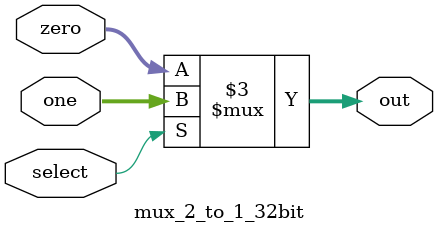
<source format=v>
`timescale 1ns / 1ps


module mux_2_to_1_32bit(
    input wire [31:0] zero,
    input wire [31:0] one,
    input select,
    output reg [31:0] out
    );
    
    // Whenever an input changes, perform the multiplexing task
    always @(zero, one, select) begin
        if (select) out <= one;
        else out <= zero;
    end
endmodule

</source>
